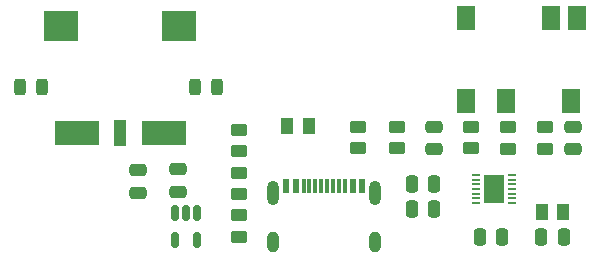
<source format=gbr>
%TF.GenerationSoftware,KiCad,Pcbnew,7.0.7*%
%TF.CreationDate,2024-02-01T23:55:36-06:00*%
%TF.ProjectId,Md-rev-1,4d642d72-6576-42d3-912e-6b696361645f,rev?*%
%TF.SameCoordinates,Original*%
%TF.FileFunction,Paste,Top*%
%TF.FilePolarity,Positive*%
%FSLAX46Y46*%
G04 Gerber Fmt 4.6, Leading zero omitted, Abs format (unit mm)*
G04 Created by KiCad (PCBNEW 7.0.7) date 2024-02-01 23:55:36*
%MOMM*%
%LPD*%
G01*
G04 APERTURE LIST*
G04 Aperture macros list*
%AMRoundRect*
0 Rectangle with rounded corners*
0 $1 Rounding radius*
0 $2 $3 $4 $5 $6 $7 $8 $9 X,Y pos of 4 corners*
0 Add a 4 corners polygon primitive as box body*
4,1,4,$2,$3,$4,$5,$6,$7,$8,$9,$2,$3,0*
0 Add four circle primitives for the rounded corners*
1,1,$1+$1,$2,$3*
1,1,$1+$1,$4,$5*
1,1,$1+$1,$6,$7*
1,1,$1+$1,$8,$9*
0 Add four rect primitives between the rounded corners*
20,1,$1+$1,$2,$3,$4,$5,0*
20,1,$1+$1,$4,$5,$6,$7,0*
20,1,$1+$1,$6,$7,$8,$9,0*
20,1,$1+$1,$8,$9,$2,$3,0*%
G04 Aperture macros list end*
%ADD10RoundRect,0.250000X-0.475000X0.250000X-0.475000X-0.250000X0.475000X-0.250000X0.475000X0.250000X0*%
%ADD11RoundRect,0.250000X-0.450000X0.262500X-0.450000X-0.262500X0.450000X-0.262500X0.450000X0.262500X0*%
%ADD12RoundRect,0.250000X-0.250000X-0.475000X0.250000X-0.475000X0.250000X0.475000X-0.250000X0.475000X0*%
%ADD13RoundRect,0.250000X0.450000X-0.262500X0.450000X0.262500X-0.450000X0.262500X-0.450000X-0.262500X0*%
%ADD14RoundRect,0.243750X0.243750X0.456250X-0.243750X0.456250X-0.243750X-0.456250X0.243750X-0.456250X0*%
%ADD15R,1.500000X2.000000*%
%ADD16RoundRect,0.150000X-0.150000X0.512500X-0.150000X-0.512500X0.150000X-0.512500X0.150000X0.512500X0*%
%ADD17R,1.117600X1.447800*%
%ADD18RoundRect,0.250000X0.475000X-0.250000X0.475000X0.250000X-0.475000X0.250000X-0.475000X-0.250000X0*%
%ADD19R,0.711200X0.203200*%
%ADD20R,1.701800X2.387600*%
%ADD21R,3.810000X2.030000*%
%ADD22R,1.020000X2.290000*%
%ADD23R,3.000000X2.500000*%
%ADD24R,0.600000X1.150000*%
%ADD25R,0.300000X1.150000*%
%ADD26O,1.000000X2.100000*%
%ADD27O,1.000000X1.800000*%
G04 APERTURE END LIST*
D10*
%TO.C,C1*%
X144530000Y-118330000D03*
X144530000Y-120230000D03*
%TD*%
D11*
%TO.C,R4*%
X149690000Y-118627500D03*
X149690000Y-120452500D03*
%TD*%
D12*
%TO.C,C3*%
X164310000Y-119610000D03*
X166210000Y-119610000D03*
%TD*%
D13*
%TO.C,R5*%
X149690000Y-124032500D03*
X149690000Y-122207500D03*
%TD*%
D14*
%TO.C,D2*%
X133025000Y-111380000D03*
X131150000Y-111380000D03*
%TD*%
D13*
%TO.C,R3*%
X149690000Y-116822500D03*
X149690000Y-114997500D03*
%TD*%
D15*
%TO.C,J2*%
X168880000Y-112530000D03*
X168880000Y-105530000D03*
X172280000Y-112530000D03*
X176080000Y-105530000D03*
X178280000Y-105530000D03*
X177780000Y-112530000D03*
%TD*%
D10*
%TO.C,C5*%
X166200000Y-114710000D03*
X166200000Y-116610000D03*
%TD*%
D13*
%TO.C,R2*%
X163070000Y-116535000D03*
X163070000Y-114710000D03*
%TD*%
D16*
%TO.C,U1*%
X146160000Y-122062500D03*
X145210000Y-122062500D03*
X144260000Y-122062500D03*
X144260000Y-124337500D03*
X146160000Y-124337500D03*
%TD*%
D13*
%TO.C,R8*%
X169360000Y-116552500D03*
X169360000Y-114727500D03*
%TD*%
D17*
%TO.C,FB2*%
X175348300Y-121940000D03*
X177151700Y-121940000D03*
%TD*%
D18*
%TO.C,C2*%
X141170000Y-120310000D03*
X141170000Y-118410000D03*
%TD*%
D12*
%TO.C,C4*%
X164320000Y-121710000D03*
X166220000Y-121710000D03*
%TD*%
D17*
%TO.C,FB1*%
X153778300Y-114670000D03*
X155581700Y-114670000D03*
%TD*%
D19*
%TO.C,U2*%
X169762800Y-118800000D03*
X169762800Y-119199999D03*
X169762800Y-119600001D03*
X169762800Y-120000000D03*
X169762800Y-120399999D03*
X169762800Y-120800001D03*
X169762800Y-121200000D03*
X172760000Y-121200000D03*
X172760000Y-120800001D03*
X172760000Y-120399999D03*
X172760000Y-120000000D03*
X172760000Y-119600001D03*
X172760000Y-119199999D03*
X172760000Y-118800000D03*
D20*
X171261400Y-120000000D03*
%TD*%
D21*
%TO.C,S1*%
X143325000Y-115245000D03*
D22*
X139640000Y-115245000D03*
D21*
X135955000Y-115245000D03*
D23*
X144640000Y-106175000D03*
X134640000Y-106175000D03*
%TD*%
D12*
%TO.C,C8*%
X175290000Y-124060000D03*
X177190000Y-124060000D03*
%TD*%
D14*
%TO.C,D1*%
X147847500Y-111380000D03*
X145972500Y-111380000D03*
%TD*%
D10*
%TO.C,C6*%
X178000000Y-114720000D03*
X178000000Y-116620000D03*
%TD*%
D12*
%TO.C,C7*%
X170070000Y-124060000D03*
X171970000Y-124060000D03*
%TD*%
D24*
%TO.C,J1*%
X153700000Y-119750000D03*
X154500000Y-119750000D03*
D25*
X155650000Y-119750000D03*
X156650000Y-119750000D03*
X157150000Y-119750000D03*
X158150000Y-119750000D03*
D24*
X159300000Y-119750000D03*
X160100000Y-119750000D03*
X160100000Y-119750000D03*
X159300000Y-119750000D03*
D25*
X158650000Y-119750000D03*
X157650000Y-119750000D03*
X156150000Y-119750000D03*
X155150000Y-119750000D03*
D24*
X154500000Y-119750000D03*
X153700000Y-119750000D03*
D26*
X152580000Y-120325000D03*
D27*
X152580000Y-124505000D03*
D26*
X161220000Y-120325000D03*
D27*
X161220000Y-124505000D03*
%TD*%
D13*
%TO.C,R6*%
X175600000Y-116572500D03*
X175600000Y-114747500D03*
%TD*%
D11*
%TO.C,R7*%
X172480000Y-114747500D03*
X172480000Y-116572500D03*
%TD*%
D13*
%TO.C,R1*%
X159780000Y-116565000D03*
X159780000Y-114740000D03*
%TD*%
M02*

</source>
